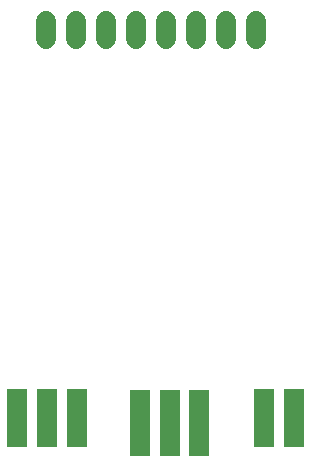
<source format=gbr>
G04 EAGLE Gerber RS-274X export*
G75*
%MOMM*%
%FSLAX34Y34*%
%LPD*%
%INSoldermask Top*%
%IPPOS*%
%AMOC8*
5,1,8,0,0,1.08239X$1,22.5*%
G01*
%ADD10R,1.703200X4.903200*%
%ADD11R,1.703200X5.703200*%
%ADD12C,1.727200*%


D10*
X615950Y77470D03*
X590950Y77470D03*
D11*
X535950Y73470D03*
X510950Y73470D03*
X485950Y73470D03*
D10*
X431950Y77470D03*
X406950Y77470D03*
X381950Y77470D03*
D12*
X584200Y398780D02*
X584200Y414020D01*
X558800Y414020D02*
X558800Y398780D01*
X533400Y398780D02*
X533400Y414020D01*
X508000Y414020D02*
X508000Y398780D01*
X482600Y398780D02*
X482600Y414020D01*
X457200Y414020D02*
X457200Y398780D01*
X431800Y398780D02*
X431800Y414020D01*
X406400Y414020D02*
X406400Y398780D01*
M02*

</source>
